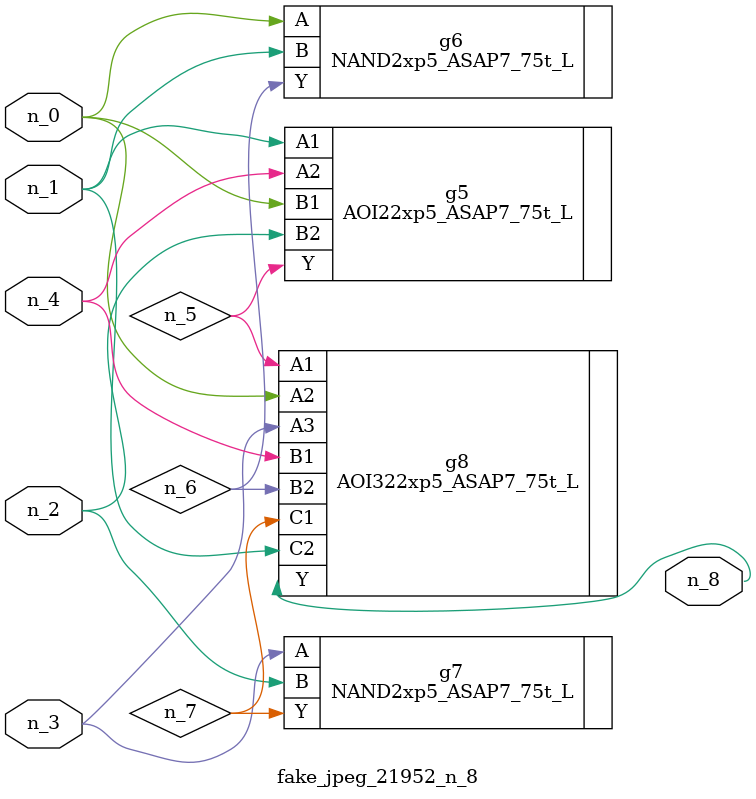
<source format=v>
module fake_jpeg_21952_n_8 (n_3, n_2, n_1, n_0, n_4, n_8);

input n_3;
input n_2;
input n_1;
input n_0;
input n_4;

output n_8;

wire n_6;
wire n_5;
wire n_7;

AOI22xp5_ASAP7_75t_L g5 ( 
.A1(n_1),
.A2(n_4),
.B1(n_0),
.B2(n_2),
.Y(n_5)
);

NAND2xp5_ASAP7_75t_L g6 ( 
.A(n_0),
.B(n_1),
.Y(n_6)
);

NAND2xp5_ASAP7_75t_L g7 ( 
.A(n_3),
.B(n_2),
.Y(n_7)
);

AOI322xp5_ASAP7_75t_L g8 ( 
.A1(n_5),
.A2(n_0),
.A3(n_3),
.B1(n_4),
.B2(n_6),
.C1(n_7),
.C2(n_1),
.Y(n_8)
);


endmodule
</source>
